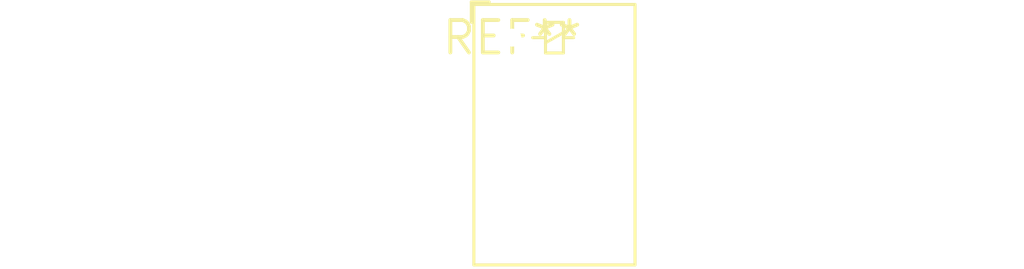
<source format=kicad_pcb>
(kicad_pcb (version 20240108) (generator pcbnew)
  (layers (0 "F.Cu" signal) (31 "B.Cu" signal) (34 "B.Paste" user) (35 "F.Paste" user) (36 "B.SilkS" user "B.Silkscreen") (37 "F.SilkS" user "F.Silkscreen") (38 "B.Mask" user) (39 "F.Mask" user) (44 "Edge.Cuts" user))
  (net 0 "")
  (footprint "Relay_DPDT_AXICOM_IMSeries_Pitch3.2mm" (layer "F.Cu") (at 0 0)
    (property "Reference" "REF**")
    (property "Value" "Relay_DPDT_AXICOM_IMSeries_Pitch3.2mm")
    (fp_line (start -1.6 -1.4) (end -0.9 -1.4) (layer "F.SilkS") (stroke (width 0.12)))
    (fp_line (start -1.6 -0.6) (end -1.6 -1.4) (layer "F.SilkS") (stroke (width 0.12)))
    (fp_line (start -1.5 -1.3) (end 4.8 -1.3) (layer "F.SilkS") (stroke (width 0.12)))
    (fp_line (start -1.5 8.9) (end -1.5 -1.3) (layer "F.SilkS") (stroke (width 0.12)))
    (fp_line (start 1.3 -0.6) (end 1.3 0.6) (layer "F.SilkS") (stroke (width 0.12)))
    (fp_line (start 1.3 0) (end 0.8 0) (layer "F.SilkS") (stroke (width 0.12)))
    (fp_line (start 1.3 0.2) (end 2 -0.2) (layer "F.SilkS") (stroke (width 0.12)))
    (fp_line (start 1.3 0.6) (end 2 0.6) (layer "F.SilkS") (stroke (width 0.12)))
    (fp_line (start 2 -0.6) (end 1.3 -0.6) (layer "F.SilkS") (stroke (width 0.12)))
    (fp_line (start 2 0) (end 2.4 0) (layer "F.SilkS") (stroke (width 0.12)))
    (fp_line (start 2 0.6) (end 2 -0.6) (layer "F.SilkS") (stroke (width 0.12)))
    (fp_line (start 4.8 -1.3) (end 4.8 8.9) (layer "F.SilkS") (stroke (width 0.12)))
    (fp_line (start 4.8 8.9) (end -1.5 8.9) (layer "F.SilkS") (stroke (width 0.12)))
    (pad "1" thru_hole circle (at 0 0) (size 1.4 1.4) (drill 0.7) (layers *.Cu *.Mask) (remove_unused_layers))
    (pad "2" thru_hole circle (at 0 3.2) (size 1.4 1.4) (drill 0.7) (layers *.Cu *.Mask) (remove_unused_layers))
    (pad "3" thru_hole circle (at 0 5.4) (size 1.4 1.4) (drill 0.7) (layers *.Cu *.Mask) (remove_unused_layers))
    (pad "4" thru_hole circle (at 0 7.6) (size 1.4 1.4) (drill 0.7) (layers *.Cu *.Mask) (remove_unused_layers))
    (pad "5" thru_hole circle (at 3.2 7.6) (size 1.4 1.4) (drill 0.7) (layers *.Cu *.Mask) (remove_unused_layers))
    (pad "6" thru_hole circle (at 3.2 5.4) (size 1.4 1.4) (drill 0.7) (layers *.Cu *.Mask) (remove_unused_layers))
    (pad "7" thru_hole circle (at 3.2 3.2) (size 1.4 1.4) (drill 0.7) (layers *.Cu *.Mask) (remove_unused_layers))
    (pad "8" thru_hole circle (at 3.2 0) (size 1.4 1.4) (drill 0.7) (layers *.Cu *.Mask) (remove_unused_layers))
  )
)
</source>
